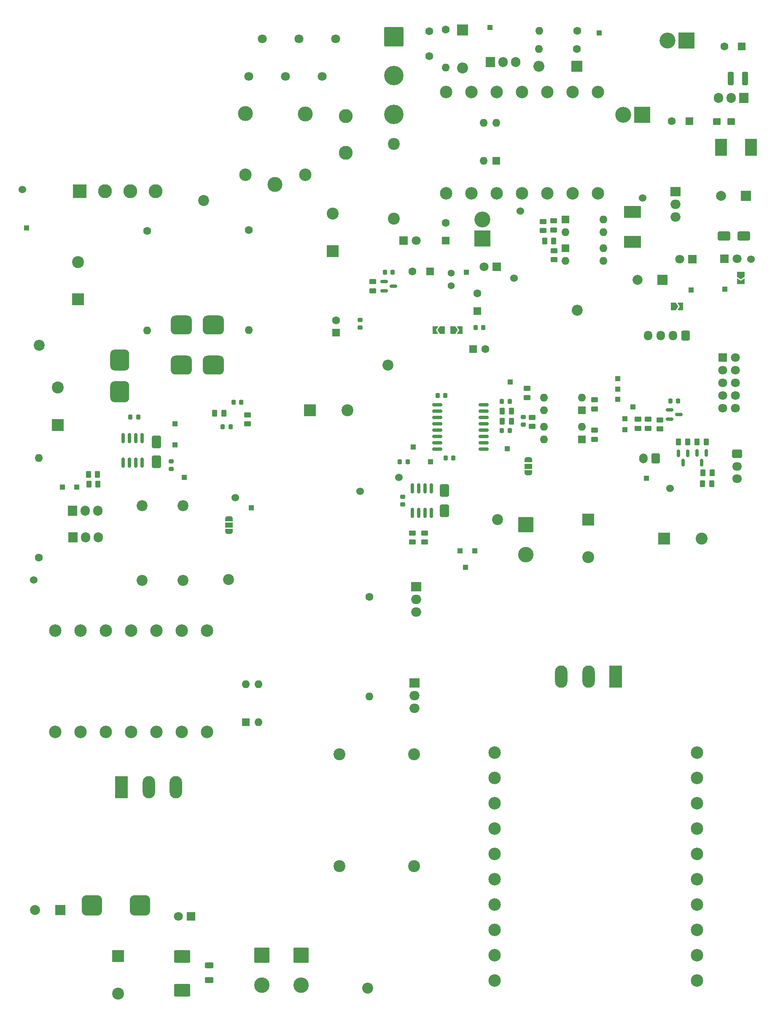
<source format=gbr>
%TF.GenerationSoftware,KiCad,Pcbnew,8.0.3-8.0.3-0~ubuntu22.04.1*%
%TF.CreationDate,2024-07-10T15:47:32+03:00*%
%TF.ProjectId,supply-uv,73757070-6c79-42d7-9576-2e6b69636164,rev?*%
%TF.SameCoordinates,Original*%
%TF.FileFunction,Soldermask,Top*%
%TF.FilePolarity,Negative*%
%FSLAX46Y46*%
G04 Gerber Fmt 4.6, Leading zero omitted, Abs format (unit mm)*
G04 Created by KiCad (PCBNEW 8.0.3-8.0.3-0~ubuntu22.04.1) date 2024-07-10 15:47:32*
%MOMM*%
%LPD*%
G01*
G04 APERTURE LIST*
G04 Aperture macros list*
%AMRoundRect*
0 Rectangle with rounded corners*
0 $1 Rounding radius*
0 $2 $3 $4 $5 $6 $7 $8 $9 X,Y pos of 4 corners*
0 Add a 4 corners polygon primitive as box body*
4,1,4,$2,$3,$4,$5,$6,$7,$8,$9,$2,$3,0*
0 Add four circle primitives for the rounded corners*
1,1,$1+$1,$2,$3*
1,1,$1+$1,$4,$5*
1,1,$1+$1,$6,$7*
1,1,$1+$1,$8,$9*
0 Add four rect primitives between the rounded corners*
20,1,$1+$1,$2,$3,$4,$5,0*
20,1,$1+$1,$4,$5,$6,$7,0*
20,1,$1+$1,$6,$7,$8,$9,0*
20,1,$1+$1,$8,$9,$2,$3,0*%
%AMFreePoly0*
4,1,19,0.550000,-0.750000,0.000000,-0.750000,0.000000,-0.744911,-0.071157,-0.744911,-0.207708,-0.704816,-0.327430,-0.627875,-0.420627,-0.520320,-0.479746,-0.390866,-0.500000,-0.250000,-0.500000,0.250000,-0.479746,0.390866,-0.420627,0.520320,-0.327430,0.627875,-0.207708,0.704816,-0.071157,0.744911,0.000000,0.744911,0.000000,0.750000,0.550000,0.750000,0.550000,-0.750000,0.550000,-0.750000,
$1*%
%AMFreePoly1*
4,1,19,0.000000,0.744911,0.071157,0.744911,0.207708,0.704816,0.327430,0.627875,0.420627,0.520320,0.479746,0.390866,0.500000,0.250000,0.500000,-0.250000,0.479746,-0.390866,0.420627,-0.520320,0.327430,-0.627875,0.207708,-0.704816,0.071157,-0.744911,0.000000,-0.744911,0.000000,-0.750000,-0.550000,-0.750000,-0.550000,0.750000,0.000000,0.750000,0.000000,0.744911,0.000000,0.744911,
$1*%
%AMFreePoly2*
4,1,6,1.000000,0.000000,0.500000,-0.750000,-0.500000,-0.750000,-0.500000,0.750000,0.500000,0.750000,1.000000,0.000000,1.000000,0.000000,$1*%
%AMFreePoly3*
4,1,6,0.500000,-0.750000,-0.650000,-0.750000,-0.150000,0.000000,-0.650000,0.750000,0.500000,0.750000,0.500000,-0.750000,0.500000,-0.750000,$1*%
G04 Aperture macros list end*
%ADD10C,2.500000*%
%ADD11R,1.800000X1.800000*%
%ADD12C,1.800000*%
%ADD13C,1.524000*%
%ADD14RoundRect,0.250000X-0.262500X-0.450000X0.262500X-0.450000X0.262500X0.450000X-0.262500X0.450000X0*%
%ADD15R,2.400000X2.400000*%
%ADD16C,2.400000*%
%ADD17RoundRect,0.150000X-0.150000X0.825000X-0.150000X-0.825000X0.150000X-0.825000X0.150000X0.825000X0*%
%ADD18RoundRect,0.250000X0.650000X-1.000000X0.650000X1.000000X-0.650000X1.000000X-0.650000X-1.000000X0*%
%ADD19R,2.000000X1.905000*%
%ADD20O,2.000000X1.905000*%
%ADD21R,1.000000X1.000000*%
%ADD22RoundRect,0.250000X0.450000X-0.262500X0.450000X0.262500X-0.450000X0.262500X-0.450000X-0.262500X0*%
%ADD23C,1.600000*%
%ADD24R,1.600000X1.600000*%
%ADD25FreePoly0,90.000000*%
%ADD26R,1.500000X1.000000*%
%ADD27FreePoly1,90.000000*%
%ADD28RoundRect,0.250000X0.262500X0.450000X-0.262500X0.450000X-0.262500X-0.450000X0.262500X-0.450000X0*%
%ADD29RoundRect,0.250000X-0.325000X-1.100000X0.325000X-1.100000X0.325000X1.100000X-0.325000X1.100000X0*%
%ADD30R,2.500000X4.500000*%
%ADD31O,2.500000X4.500000*%
%ADD32RoundRect,0.249999X-1.300001X1.300001X-1.300001X-1.300001X1.300001X-1.300001X1.300001X1.300001X0*%
%ADD33C,3.100000*%
%ADD34RoundRect,0.225000X-0.225000X-0.250000X0.225000X-0.250000X0.225000X0.250000X-0.225000X0.250000X0*%
%ADD35C,2.200000*%
%ADD36RoundRect,0.250000X-1.000000X-0.650000X1.000000X-0.650000X1.000000X0.650000X-1.000000X0.650000X0*%
%ADD37RoundRect,0.250000X-0.537500X-0.425000X0.537500X-0.425000X0.537500X0.425000X-0.537500X0.425000X0*%
%ADD38RoundRect,0.150000X-0.587500X-0.150000X0.587500X-0.150000X0.587500X0.150000X-0.587500X0.150000X0*%
%ADD39O,1.600000X1.600000*%
%ADD40R,3.200000X3.200000*%
%ADD41O,3.200000X3.200000*%
%ADD42RoundRect,0.250000X0.600000X0.750000X-0.600000X0.750000X-0.600000X-0.750000X0.600000X-0.750000X0*%
%ADD43O,1.700000X2.000000*%
%ADD44RoundRect,0.250000X-1.400000X-1.000000X1.400000X-1.000000X1.400000X1.000000X-1.400000X1.000000X0*%
%ADD45R,1.905000X2.000000*%
%ADD46O,1.905000X2.000000*%
%ADD47RoundRect,0.250000X-0.625000X0.312500X-0.625000X-0.312500X0.625000X-0.312500X0.625000X0.312500X0*%
%ADD48R,2.000000X2.000000*%
%ADD49C,2.000000*%
%ADD50RoundRect,0.250000X-0.450000X0.262500X-0.450000X-0.262500X0.450000X-0.262500X0.450000X0.262500X0*%
%ADD51RoundRect,0.952500X-1.167500X-0.952500X1.167500X-0.952500X1.167500X0.952500X-1.167500X0.952500X0*%
%ADD52RoundRect,0.225000X0.225000X0.250000X-0.225000X0.250000X-0.225000X-0.250000X0.225000X-0.250000X0*%
%ADD53R,2.800000X2.800000*%
%ADD54C,2.800000*%
%ADD55R,3.500000X2.350000*%
%ADD56FreePoly2,270.000000*%
%ADD57FreePoly3,270.000000*%
%ADD58FreePoly2,180.000000*%
%ADD59FreePoly3,180.000000*%
%ADD60FreePoly2,0.000000*%
%ADD61FreePoly3,0.000000*%
%ADD62RoundRect,0.225000X-0.250000X0.225000X-0.250000X-0.225000X0.250000X-0.225000X0.250000X0.225000X0*%
%ADD63RoundRect,0.150000X-0.150000X0.587500X-0.150000X-0.587500X0.150000X-0.587500X0.150000X0.587500X0*%
%ADD64RoundRect,1.025000X1.025000X-1.025000X1.025000X1.025000X-1.025000X1.025000X-1.025000X-1.025000X0*%
%ADD65RoundRect,0.250000X-0.725000X0.600000X-0.725000X-0.600000X0.725000X-0.600000X0.725000X0.600000X0*%
%ADD66O,1.950000X1.700000*%
%ADD67RoundRect,0.225000X0.250000X-0.225000X0.250000X0.225000X-0.250000X0.225000X-0.250000X-0.225000X0*%
%ADD68R,2.200000X2.200000*%
%ADD69O,2.200000X2.200000*%
%ADD70R,2.350000X3.500000*%
%ADD71RoundRect,0.250000X0.600000X0.725000X-0.600000X0.725000X-0.600000X-0.725000X0.600000X-0.725000X0*%
%ADD72O,1.700000X1.950000*%
%ADD73RoundRect,0.150000X0.875000X0.150000X-0.875000X0.150000X-0.875000X-0.150000X0.875000X-0.150000X0*%
%ADD74RoundRect,0.952500X-0.952500X1.167500X-0.952500X-1.167500X0.952500X-1.167500X0.952500X1.167500X0*%
%ADD75RoundRect,0.250002X-1.699998X1.699998X-1.699998X-1.699998X1.699998X-1.699998X1.699998X1.699998X0*%
%ADD76C,3.900000*%
%ADD77C,1.400000*%
%ADD78C,3.000000*%
G04 APERTURE END LIST*
D10*
%TO.C,TR2*%
X38360000Y-193560000D03*
X38360000Y-173240000D03*
X43440000Y-193560000D03*
X43440000Y-173240000D03*
X48520000Y-193560000D03*
X48520000Y-173240000D03*
X53600000Y-193560000D03*
X53600000Y-173240000D03*
X58680000Y-193560000D03*
X58680000Y-173240000D03*
X63760000Y-193560000D03*
X63760000Y-173240000D03*
X68840000Y-193560000D03*
X68840000Y-173240000D03*
%TD*%
D11*
%TO.C,D18*%
X65575000Y-230600000D03*
D12*
X63035000Y-230600000D03*
%TD*%
D13*
%TO.C,TP3*%
X131700000Y-89100000D03*
%TD*%
D14*
%TO.C,R34*%
X70337500Y-129665000D03*
X72162500Y-129665000D03*
%TD*%
D11*
%TO.C,D13*%
X127000000Y-100300000D03*
D12*
X124460000Y-100300000D03*
%TD*%
D15*
%TO.C,C68*%
X160622220Y-154800000D03*
D16*
X168122220Y-154800000D03*
%TD*%
D13*
%TO.C,TP6*%
X156300000Y-86500000D03*
%TD*%
D17*
%TO.C,U18*%
X113805000Y-144725000D03*
X112535000Y-144725000D03*
X111265000Y-144725000D03*
X109995000Y-144725000D03*
X109995000Y-149675000D03*
X111265000Y-149675000D03*
X112535000Y-149675000D03*
X113805000Y-149675000D03*
%TD*%
D12*
%TO.C,R25*%
X79925000Y-54600000D03*
X77225000Y-62100000D03*
%TD*%
D18*
%TO.C,D20*%
X116500000Y-149200000D03*
X116500000Y-145200000D03*
%TD*%
D19*
%TO.C,Q10*%
X110500000Y-183800000D03*
D20*
X110500000Y-186340000D03*
X110500000Y-188880000D03*
%TD*%
D21*
%TO.C,TP22*%
X129700000Y-123400000D03*
%TD*%
%TO.C,TP13*%
X62400000Y-136000000D03*
%TD*%
D22*
%TO.C,R57*%
X133100000Y-126512500D03*
X133100000Y-124687500D03*
%TD*%
D13*
%TO.C,TP29*%
X161800000Y-144700000D03*
%TD*%
D23*
%TO.C,C7*%
X113400000Y-53000000D03*
X113400000Y-58000000D03*
%TD*%
D24*
%TO.C,C53*%
X122217621Y-116800000D03*
D23*
X124717621Y-116800000D03*
%TD*%
D25*
%TO.C,JP7*%
X133300000Y-141600000D03*
D26*
X133300000Y-140300000D03*
D27*
X133300000Y-139000000D03*
%TD*%
D28*
%TO.C,R39*%
X46912500Y-143900000D03*
X45087500Y-143900000D03*
%TD*%
D29*
%TO.C,C12*%
X173925000Y-62500000D03*
X176875000Y-62500000D03*
%TD*%
D22*
%TO.C,R75*%
X155300000Y-132712500D03*
X155300000Y-130887500D03*
%TD*%
D30*
%TO.C,D16*%
X51650000Y-204670000D03*
D31*
X57100000Y-204670000D03*
X62550000Y-204670000D03*
%TD*%
D32*
%TO.C,J2*%
X87700000Y-238400000D03*
D33*
X87700000Y-244400000D03*
%TD*%
D34*
%TO.C,C39*%
X74125000Y-127500000D03*
X75675000Y-127500000D03*
%TD*%
D24*
%TO.C,C15*%
X165645075Y-71054924D03*
D23*
X162145075Y-71054924D03*
%TD*%
D35*
%TO.C,H4*%
X35100000Y-116000000D03*
%TD*%
D13*
%TO.C,TP1*%
X31700000Y-84800000D03*
%TD*%
D21*
%TO.C,TP19*%
X64200000Y-142500000D03*
%TD*%
D13*
%TO.C,TP23*%
X107300000Y-142500000D03*
%TD*%
D22*
%TO.C,R15*%
X102100000Y-105112500D03*
X102100000Y-103287500D03*
%TD*%
D21*
%TO.C,TP21*%
X110200000Y-136400000D03*
%TD*%
D13*
%TO.C,TP16*%
X34000000Y-163100000D03*
%TD*%
D36*
%TO.C,D8*%
X172600000Y-94100000D03*
X176600000Y-94100000D03*
%TD*%
D35*
%TO.C,H2*%
X143100000Y-109000000D03*
%TD*%
D17*
%TO.C,U13*%
X55805000Y-134625000D03*
X54535000Y-134625000D03*
X53265000Y-134625000D03*
X51995000Y-134625000D03*
X51995000Y-139575000D03*
X53265000Y-139575000D03*
X54535000Y-139575000D03*
X55805000Y-139575000D03*
%TD*%
D28*
%TO.C,R40*%
X46812500Y-141900000D03*
X44987500Y-141900000D03*
%TD*%
D37*
%TO.C,C18*%
X171162500Y-71200000D03*
X174037500Y-71200000D03*
%TD*%
D32*
%TO.C,J3*%
X79800000Y-238400000D03*
D33*
X79800000Y-244400000D03*
%TD*%
D38*
%TO.C,U7*%
X104362500Y-103250000D03*
X104362500Y-105150000D03*
X106237500Y-104200000D03*
%TD*%
D23*
%TO.C,C45*%
X35000000Y-158600000D03*
D39*
X35000000Y-138600000D03*
%TD*%
D21*
%TO.C,TP35*%
X152700000Y-130800000D03*
%TD*%
D40*
%TO.C,D5*%
X124100000Y-94600000D03*
D41*
X124100000Y-90790000D03*
%TD*%
D28*
%TO.C,R3*%
X138412500Y-95100000D03*
X136587500Y-95100000D03*
%TD*%
D42*
%TO.C,SW1*%
X158900000Y-138700000D03*
D43*
X156400000Y-138700000D03*
%TD*%
D15*
%TO.C,C3*%
X94000000Y-97112755D03*
D16*
X94000000Y-89612755D03*
%TD*%
D44*
%TO.C,D17*%
X63800000Y-238600000D03*
X63800000Y-245400000D03*
%TD*%
D40*
%TO.C,D6*%
X156205000Y-69800000D03*
D41*
X152395000Y-69800000D03*
%TD*%
D45*
%TO.C,Q5*%
X41760000Y-149245000D03*
D46*
X44300000Y-149245000D03*
X46840000Y-149245000D03*
%TD*%
D35*
%TO.C,H6*%
X127100000Y-151000000D03*
%TD*%
D24*
%TO.C,U3*%
X140800000Y-96600000D03*
D39*
X140800000Y-99140000D03*
X148420000Y-99140000D03*
X148420000Y-96600000D03*
%TD*%
D47*
%TO.C,RV2*%
X69200000Y-240437500D03*
X69200000Y-243362500D03*
%TD*%
D35*
%TO.C,H7*%
X73100000Y-163000000D03*
%TD*%
D14*
%TO.C,R70*%
X167187500Y-135400000D03*
X169012500Y-135400000D03*
%TD*%
D48*
%TO.C,C22*%
X160257677Y-102925000D03*
D49*
X155257677Y-102925000D03*
%TD*%
D11*
%TO.C,D10*%
X166265000Y-98725000D03*
D12*
X163725000Y-98725000D03*
%TD*%
D50*
%TO.C,R68*%
X159700000Y-130987500D03*
X159700000Y-132812500D03*
%TD*%
D14*
%TO.C,R73*%
X168287500Y-143800000D03*
X170112500Y-143800000D03*
%TD*%
D22*
%TO.C,R61*%
X146600000Y-134912500D03*
X146600000Y-133087500D03*
%TD*%
D50*
%TO.C,R35*%
X76900000Y-129987500D03*
X76900000Y-131812500D03*
%TD*%
D13*
%TO.C,TP24*%
X99500000Y-145300000D03*
%TD*%
D21*
%TO.C,TP32*%
X151300000Y-122700000D03*
%TD*%
D35*
%TO.C,H5*%
X68100000Y-87000000D03*
%TD*%
D51*
%TO.C,F3*%
X63675000Y-112000000D03*
X70085000Y-112000000D03*
%TD*%
D24*
%TO.C,U4*%
X140800000Y-90825000D03*
D39*
X140800000Y-93365000D03*
X148420000Y-93365000D03*
X148420000Y-90825000D03*
%TD*%
D16*
%TO.C,C63*%
X95400000Y-220550000D03*
X95400000Y-198050000D03*
%TD*%
D22*
%TO.C,R63*%
X134100000Y-132312500D03*
X134100000Y-130487500D03*
%TD*%
D52*
%TO.C,C40*%
X54975000Y-130400000D03*
X53425000Y-130400000D03*
%TD*%
D53*
%TO.C,D1*%
X43235000Y-85150000D03*
D54*
X48315000Y-85150000D03*
X53395000Y-85150000D03*
X58475000Y-85150000D03*
%TD*%
%TO.C,RV1*%
X96675000Y-70080000D03*
X96675000Y-77450000D03*
%TD*%
D21*
%TO.C,TP7*%
X172800000Y-104800000D03*
%TD*%
D23*
%TO.C,R5*%
X143035000Y-56600000D03*
D39*
X135415000Y-56600000D03*
%TD*%
D55*
%TO.C,L1*%
X154200000Y-89275000D03*
X154200000Y-95325000D03*
%TD*%
D35*
%TO.C,C44*%
X64000000Y-148200000D03*
X64000000Y-163200000D03*
%TD*%
D18*
%TO.C,D15*%
X58600000Y-139400000D03*
X58600000Y-135400000D03*
%TD*%
D11*
%TO.C,J6*%
X172330000Y-118520000D03*
D12*
X174870000Y-118520000D03*
X172330000Y-121060000D03*
X174870000Y-121060000D03*
X172330000Y-123600000D03*
X174870000Y-123600000D03*
X172330000Y-126140000D03*
X174870000Y-126140000D03*
X172330000Y-128680000D03*
X174870000Y-128680000D03*
%TD*%
D56*
%TO.C,JP4*%
X176000000Y-101775000D03*
D57*
X176000000Y-103225000D03*
%TD*%
D35*
%TO.C,H1*%
X101100000Y-245000000D03*
%TD*%
D40*
%TO.C,D7*%
X165105000Y-54900000D03*
D41*
X161295000Y-54900000D03*
%TD*%
D19*
%TO.C,Q11*%
X110755000Y-164460000D03*
D20*
X110755000Y-167000000D03*
X110755000Y-169540000D03*
%TD*%
D21*
%TO.C,TP18*%
X39800000Y-144500000D03*
%TD*%
D52*
%TO.C,C56*%
X124275000Y-112500000D03*
X122725000Y-112500000D03*
%TD*%
D24*
%TO.C,U19*%
X144100000Y-134875000D03*
D39*
X144100000Y-132335000D03*
X136480000Y-132335000D03*
X136480000Y-134875000D03*
%TD*%
D11*
%TO.C,D11*%
X172700000Y-98700000D03*
D12*
X175240000Y-98700000D03*
%TD*%
D58*
%TO.C,JP1*%
X116025000Y-113000000D03*
D59*
X114575000Y-113000000D03*
%TD*%
D30*
%TO.C,D21*%
X150850000Y-182480000D03*
D31*
X145400000Y-182480000D03*
X139950000Y-182480000D03*
%TD*%
D32*
%TO.C,J4*%
X132800000Y-152000000D03*
D33*
X132800000Y-158000000D03*
%TD*%
D19*
%TO.C,U5*%
X162900000Y-85200000D03*
D20*
X162900000Y-87740000D03*
X162900000Y-90280000D03*
%TD*%
D34*
%TO.C,C58*%
X128025000Y-127300000D03*
X129575000Y-127300000D03*
%TD*%
D15*
%TO.C,C62*%
X89487246Y-129100000D03*
D16*
X96987246Y-129100000D03*
%TD*%
D50*
%TO.C,R58*%
X112500000Y-153687500D03*
X112500000Y-155512500D03*
%TD*%
D21*
%TO.C,TP12*%
X77700000Y-148600000D03*
%TD*%
D50*
%TO.C,R4*%
X136300000Y-91187500D03*
X136300000Y-93012500D03*
%TD*%
D38*
%TO.C,U21*%
X161662500Y-128950000D03*
X161662500Y-130850000D03*
X163537500Y-129900000D03*
%TD*%
D11*
%TO.C,D12*%
X108225000Y-95000000D03*
D12*
X110765000Y-95000000D03*
%TD*%
D24*
%TO.C,C26*%
X113552651Y-101200000D03*
D23*
X110052651Y-101200000D03*
%TD*%
D60*
%TO.C,JP2*%
X118175000Y-113000000D03*
D61*
X119625000Y-113000000D03*
%TD*%
D22*
%TO.C,R47*%
X146600000Y-128812500D03*
X146600000Y-126987500D03*
%TD*%
D62*
%TO.C,C37*%
X99500000Y-110925000D03*
X99500000Y-112475000D03*
%TD*%
D63*
%TO.C,Q13*%
X169050000Y-137662500D03*
X167150000Y-137662500D03*
X168100000Y-139537500D03*
%TD*%
D50*
%TO.C,R6*%
X138500000Y-97062500D03*
X138500000Y-98887500D03*
%TD*%
D64*
%TO.C,L4*%
X45700000Y-228400000D03*
X55300000Y-228400000D03*
%TD*%
D14*
%TO.C,R72*%
X163487500Y-135400000D03*
X165312500Y-135400000D03*
%TD*%
D35*
%TO.C,H3*%
X105100000Y-120000000D03*
%TD*%
D10*
%TO.C,TR1*%
X147325000Y-65200000D03*
X147325000Y-85520000D03*
X142245000Y-65200000D03*
X142245000Y-85520000D03*
X137165000Y-65200000D03*
X137165000Y-85520000D03*
X132085000Y-65200000D03*
X132085000Y-85520000D03*
X127005000Y-65200000D03*
X127005000Y-85520000D03*
X121925000Y-65200000D03*
X121925000Y-85520000D03*
X116845000Y-65200000D03*
X116845000Y-85520000D03*
%TD*%
D34*
%TO.C,C52*%
X115125000Y-126100000D03*
X116675000Y-126100000D03*
%TD*%
D24*
%TO.C,U11*%
X76625000Y-191600000D03*
D39*
X79165000Y-191600000D03*
X79165000Y-183980000D03*
X76625000Y-183980000D03*
%TD*%
D23*
%TO.C,C66*%
X101400000Y-166500000D03*
D39*
X101400000Y-186500000D03*
%TD*%
D48*
%TO.C,C23*%
X177000000Y-86100000D03*
D49*
X172000000Y-86100000D03*
%TD*%
D65*
%TO.C,J7*%
X175225000Y-137800000D03*
D66*
X175225000Y-140300000D03*
X175225000Y-142800000D03*
%TD*%
D23*
%TO.C,R2*%
X143135000Y-52950000D03*
D39*
X135515000Y-52950000D03*
%TD*%
D14*
%TO.C,R71*%
X168387500Y-141600000D03*
X170212500Y-141600000D03*
%TD*%
D60*
%TO.C,JP3*%
X162465000Y-108225000D03*
D61*
X163915000Y-108225000D03*
%TD*%
D15*
%TO.C,C48*%
X50900000Y-238587246D03*
D16*
X50900000Y-246087246D03*
%TD*%
D21*
%TO.C,TP2*%
X147500000Y-53400000D03*
%TD*%
%TO.C,TP26*%
X119600000Y-157300000D03*
%TD*%
D14*
%TO.C,R48*%
X128087500Y-131300000D03*
X129912500Y-131300000D03*
%TD*%
D16*
%TO.C,C65*%
X110400000Y-198050000D03*
X110400000Y-220550000D03*
%TD*%
D48*
%TO.C,C46*%
X39300000Y-229300000D03*
D49*
X34300000Y-229300000D03*
%TD*%
D23*
%TO.C,C13*%
X56775000Y-93050000D03*
D39*
X56775000Y-113050000D03*
%TD*%
D34*
%TO.C,C74*%
X161825000Y-127200000D03*
X163375000Y-127200000D03*
%TD*%
D24*
%TO.C,U15*%
X144100000Y-129075000D03*
D39*
X144100000Y-126535000D03*
X136480000Y-126535000D03*
X136480000Y-129075000D03*
%TD*%
D21*
%TO.C,TP9*%
X125600000Y-52300000D03*
%TD*%
D24*
%TO.C,C16*%
X176152651Y-56100000D03*
D23*
X172652651Y-56100000D03*
%TD*%
D25*
%TO.C,JP6*%
X73200000Y-153400000D03*
D26*
X73200000Y-152100000D03*
D27*
X73200000Y-150800000D03*
%TD*%
D21*
%TO.C,TP5*%
X165990000Y-104925000D03*
%TD*%
%TO.C,TP25*%
X122600000Y-157300000D03*
%TD*%
D34*
%TO.C,C24*%
X104525000Y-101400000D03*
X106075000Y-101400000D03*
%TD*%
D13*
%TO.C,TP4*%
X130400000Y-102600000D03*
%TD*%
D21*
%TO.C,TP36*%
X152700000Y-133000000D03*
%TD*%
D67*
%TO.C,C41*%
X61600000Y-140875000D03*
X61600000Y-139325000D03*
%TD*%
D34*
%TO.C,C31*%
X71975000Y-132365000D03*
X73525000Y-132365000D03*
%TD*%
D21*
%TO.C,TP20*%
X113700000Y-139400000D03*
%TD*%
%TO.C,TP28*%
X129100000Y-136800000D03*
%TD*%
D63*
%TO.C,Q14*%
X165350000Y-137722500D03*
X163450000Y-137722500D03*
X164400000Y-139597500D03*
%TD*%
D21*
%TO.C,TP14*%
X62400000Y-131800000D03*
%TD*%
%TO.C,TP10*%
X32600000Y-92500000D03*
%TD*%
D45*
%TO.C,Q6*%
X41860000Y-154545000D03*
D46*
X44400000Y-154545000D03*
X46940000Y-154545000D03*
%TD*%
D15*
%TO.C,C69*%
X145300000Y-151022220D03*
D16*
X145300000Y-158522220D03*
%TD*%
D68*
%TO.C,D3*%
X143035000Y-60100000D03*
D69*
X135415000Y-60100000D03*
%TD*%
D70*
%TO.C,L2*%
X171975000Y-76300000D03*
X178025000Y-76300000D03*
%TD*%
D34*
%TO.C,C60*%
X107525000Y-139400000D03*
X109075000Y-139400000D03*
%TD*%
D21*
%TO.C,TP31*%
X151300000Y-126900000D03*
%TD*%
D22*
%TO.C,R74*%
X157400000Y-132712500D03*
X157400000Y-130887500D03*
%TD*%
D50*
%TO.C,R7*%
X138400000Y-91087500D03*
X138400000Y-92912500D03*
%TD*%
D45*
%TO.C,Q1*%
X125660000Y-59245000D03*
D46*
X128200000Y-59245000D03*
X130740000Y-59245000D03*
%TD*%
D68*
%TO.C,D4*%
X120100000Y-52790000D03*
D69*
X120100000Y-60410000D03*
%TD*%
D15*
%TO.C,C42*%
X38800000Y-132012755D03*
D16*
X38800000Y-124512755D03*
%TD*%
D23*
%TO.C,R9*%
X116700000Y-52690000D03*
D39*
X116700000Y-60310000D03*
%TD*%
D71*
%TO.C,J1*%
X164900000Y-114100000D03*
D72*
X162400000Y-114100000D03*
X159900000Y-114100000D03*
X157400000Y-114100000D03*
%TD*%
D62*
%TO.C,C61*%
X108100000Y-146425000D03*
X108100000Y-147975000D03*
%TD*%
D73*
%TO.C,U16*%
X124350000Y-136845000D03*
X124350000Y-135575000D03*
X124350000Y-134305000D03*
X124350000Y-133035000D03*
X124350000Y-131765000D03*
X124350000Y-130495000D03*
X124350000Y-129225000D03*
X124350000Y-127955000D03*
X115050000Y-127955000D03*
X115050000Y-129225000D03*
X115050000Y-130495000D03*
X115050000Y-131765000D03*
X115050000Y-133035000D03*
X115050000Y-134305000D03*
X115050000Y-135575000D03*
X115050000Y-136845000D03*
%TD*%
D13*
%TO.C,TP15*%
X74500000Y-146600000D03*
%TD*%
D51*
%TO.C,F5*%
X63675000Y-120000000D03*
X70085000Y-120000000D03*
%TD*%
D24*
%TO.C,C30*%
X123100000Y-109152651D03*
D23*
X123100000Y-105652651D03*
%TD*%
D16*
%TO.C,Y1*%
X106275000Y-75650000D03*
X106275000Y-90650000D03*
%TD*%
D21*
%TO.C,TP27*%
X120700000Y-160600000D03*
%TD*%
%TO.C,TP30*%
X154300000Y-128400000D03*
%TD*%
D74*
%TO.C,F4*%
X51300000Y-118975000D03*
X51300000Y-125385000D03*
%TD*%
D35*
%TO.C,C43*%
X55800000Y-163200000D03*
X55800000Y-148200000D03*
%TD*%
D24*
%TO.C,C33*%
X94700000Y-113500000D03*
D23*
X94700000Y-111000000D03*
%TD*%
D21*
%TO.C,TP11*%
X120900000Y-101400000D03*
%TD*%
D45*
%TO.C,U6*%
X176600000Y-66400000D03*
D46*
X174060000Y-66400000D03*
X171520000Y-66400000D03*
%TD*%
D12*
%TO.C,R24*%
X87275000Y-54600000D03*
X84575000Y-62100000D03*
%TD*%
D24*
%TO.C,C14*%
X116700000Y-95000000D03*
D23*
X116700000Y-91500000D03*
%TD*%
D21*
%TO.C,TP17*%
X42600000Y-144500000D03*
%TD*%
D28*
%TO.C,R52*%
X129912500Y-129200000D03*
X128087500Y-129200000D03*
%TD*%
D21*
%TO.C,TP34*%
X157000000Y-142700000D03*
%TD*%
D10*
%TO.C,TR3*%
X126580000Y-197740000D03*
X167220000Y-197740000D03*
X126580000Y-202820000D03*
X167220000Y-202820000D03*
X126580000Y-207900000D03*
X167220000Y-207900000D03*
X126580000Y-212980000D03*
X167220000Y-212980000D03*
X126580000Y-218060000D03*
X167220000Y-218060000D03*
X126580000Y-223140000D03*
X167220000Y-223140000D03*
X126580000Y-228220000D03*
X167220000Y-228220000D03*
X126580000Y-233300000D03*
X167220000Y-233300000D03*
X126580000Y-238380000D03*
X167220000Y-238380000D03*
X126580000Y-243460000D03*
X167220000Y-243460000D03*
%TD*%
D21*
%TO.C,TP33*%
X151300000Y-124800000D03*
%TD*%
D75*
%TO.C,J5*%
X106275000Y-54150000D03*
D76*
X106275000Y-61950000D03*
X106275000Y-69750000D03*
%TD*%
D12*
%TO.C,R23*%
X94625000Y-54600000D03*
X91925000Y-62100000D03*
%TD*%
D34*
%TO.C,C57*%
X128025000Y-133100000D03*
X129575000Y-133100000D03*
%TD*%
D15*
%TO.C,C10*%
X42875000Y-106827780D03*
D16*
X42875000Y-99327780D03*
%TD*%
D34*
%TO.C,C54*%
X116725000Y-138600000D03*
X118275000Y-138600000D03*
%TD*%
D77*
%TO.C,JP5*%
X117850000Y-101550000D03*
X117850000Y-104090000D03*
%TD*%
D78*
%TO.C,K1*%
X82475000Y-83750000D03*
D10*
X88525000Y-81800000D03*
D78*
X88525000Y-69600000D03*
X76475000Y-69550000D03*
D10*
X76525000Y-81800000D03*
%TD*%
D50*
%TO.C,R59*%
X110000000Y-153687500D03*
X110000000Y-155512500D03*
%TD*%
D13*
%TO.C,TP8*%
X178000000Y-98800000D03*
%TD*%
D23*
%TO.C,C4*%
X77175000Y-92950000D03*
D39*
X77175000Y-112950000D03*
%TD*%
D67*
%TO.C,C67*%
X132300000Y-131975000D03*
X132300000Y-130425000D03*
%TD*%
D24*
%TO.C,U8*%
X126900000Y-79000000D03*
D39*
X124360000Y-79000000D03*
X124360000Y-71380000D03*
X126900000Y-71380000D03*
%TD*%
M02*

</source>
